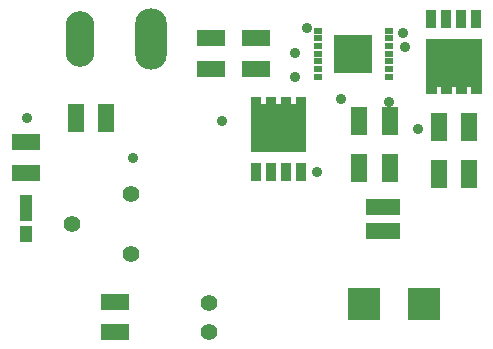
<source format=gts>
G04*
G04 #@! TF.GenerationSoftware,Altium Limited,Altium Designer,20.0.2 (26)*
G04*
G04 Layer_Color=8388736*
%FSLAX44Y44*%
%MOMM*%
G71*
G01*
G75*
%ADD22R,2.4032X1.4032*%
%ADD23R,1.4032X2.4032*%
%ADD24R,2.9532X1.4032*%
%ADD25R,1.0032X2.2032*%
%ADD26R,1.0032X1.4032*%
%ADD27R,3.2032X3.3032*%
%ADD28R,0.8032X0.5982*%
%ADD29R,0.9132X1.5752*%
%ADD30C,1.4032*%
%ADD31R,2.7032X2.7032*%
%ADD32O,2.7032X5.2032*%
%ADD33O,2.4532X4.7032*%
%ADD34C,0.9032*%
G36*
X233150Y227330D02*
Y221430D01*
X236750D01*
Y227330D01*
X245850D01*
Y221430D01*
X249450D01*
Y227330D01*
X258550D01*
Y221430D01*
X262150D01*
Y227430D01*
X271250D01*
Y180930D01*
X224050D01*
Y227330D01*
X233150D01*
D02*
G37*
G36*
X410740Y230110D02*
Y236010D01*
X407140D01*
Y230110D01*
X398040D01*
Y236010D01*
X394440D01*
Y230110D01*
X385340D01*
Y236010D01*
X381740D01*
Y230010D01*
X372640D01*
Y276510D01*
X419840D01*
Y230110D01*
X410740D01*
D02*
G37*
D22*
X33900Y163400D02*
D03*
Y189400D02*
D03*
X190500Y251160D02*
D03*
Y277160D02*
D03*
X109000Y54200D02*
D03*
Y28200D02*
D03*
X228600Y251160D02*
D03*
Y277160D02*
D03*
D23*
X341930Y207010D02*
D03*
X315930D02*
D03*
X383240Y201930D02*
D03*
X409240D02*
D03*
X383240Y162560D02*
D03*
X409240D02*
D03*
X102000Y210000D02*
D03*
X76000D02*
D03*
X341930Y167640D02*
D03*
X315930D02*
D03*
D24*
X336600Y134200D02*
D03*
Y114200D02*
D03*
D25*
X33600Y133350D02*
D03*
D26*
Y111850D02*
D03*
D27*
X311150Y264160D02*
D03*
D28*
X281150Y244660D02*
D03*
Y251160D02*
D03*
Y257660D02*
D03*
Y264160D02*
D03*
Y270660D02*
D03*
Y277160D02*
D03*
Y283660D02*
D03*
X341150Y244660D02*
D03*
Y251160D02*
D03*
Y257660D02*
D03*
Y264160D02*
D03*
Y270660D02*
D03*
Y277160D02*
D03*
Y283660D02*
D03*
D29*
X228600Y164070D02*
D03*
X241300D02*
D03*
X254000D02*
D03*
X266700D02*
D03*
X415290Y293370D02*
D03*
X402590D02*
D03*
X389890D02*
D03*
X377190D02*
D03*
D30*
X123250Y94500D02*
D03*
Y145500D02*
D03*
X72750Y120000D02*
D03*
X189230Y28140D02*
D03*
Y53140D02*
D03*
D31*
X370600Y52400D02*
D03*
X319800D02*
D03*
D32*
X140010Y276860D02*
D03*
D33*
X80010D02*
D03*
D34*
X265620Y196500D02*
D03*
Y205500D02*
D03*
X256600Y214500D02*
D03*
X247600D02*
D03*
X238600D02*
D03*
X265620Y214500D02*
D03*
Y187500D02*
D03*
X238600Y205500D02*
D03*
X247600D02*
D03*
X256600D02*
D03*
X229600D02*
D03*
X238600Y196500D02*
D03*
X247600D02*
D03*
X256600D02*
D03*
X229600D02*
D03*
X238600Y187500D02*
D03*
X247600D02*
D03*
X256600D02*
D03*
X229600D02*
D03*
Y214500D02*
D03*
X378000Y270000D02*
D03*
X34700Y209300D02*
D03*
X124600Y176100D02*
D03*
X262100Y264400D02*
D03*
X199600Y207100D02*
D03*
X311540Y253365D02*
D03*
X301135Y253175D02*
D03*
X310905Y264478D02*
D03*
X300500Y264287D02*
D03*
X321945Y253365D02*
D03*
X300500Y275400D02*
D03*
X321310Y275590D02*
D03*
X366000Y200000D02*
D03*
X272170Y285830D02*
D03*
X355000Y270000D02*
D03*
X378000Y243000D02*
D03*
X405000D02*
D03*
X396000D02*
D03*
X387000D02*
D03*
X378000Y252000D02*
D03*
X405000D02*
D03*
X396000D02*
D03*
X387000D02*
D03*
X378000Y261000D02*
D03*
X405000D02*
D03*
X396000D02*
D03*
X387000D02*
D03*
X414020Y243000D02*
D03*
Y270000D02*
D03*
X387000Y270000D02*
D03*
X396000D02*
D03*
X405000D02*
D03*
X414020Y261000D02*
D03*
Y252000D02*
D03*
X310905Y275590D02*
D03*
X321310Y264478D02*
D03*
X300990Y226060D02*
D03*
X262070Y244660D02*
D03*
X280670Y163830D02*
D03*
X353060Y281940D02*
D03*
X341630Y223520D02*
D03*
M02*

</source>
